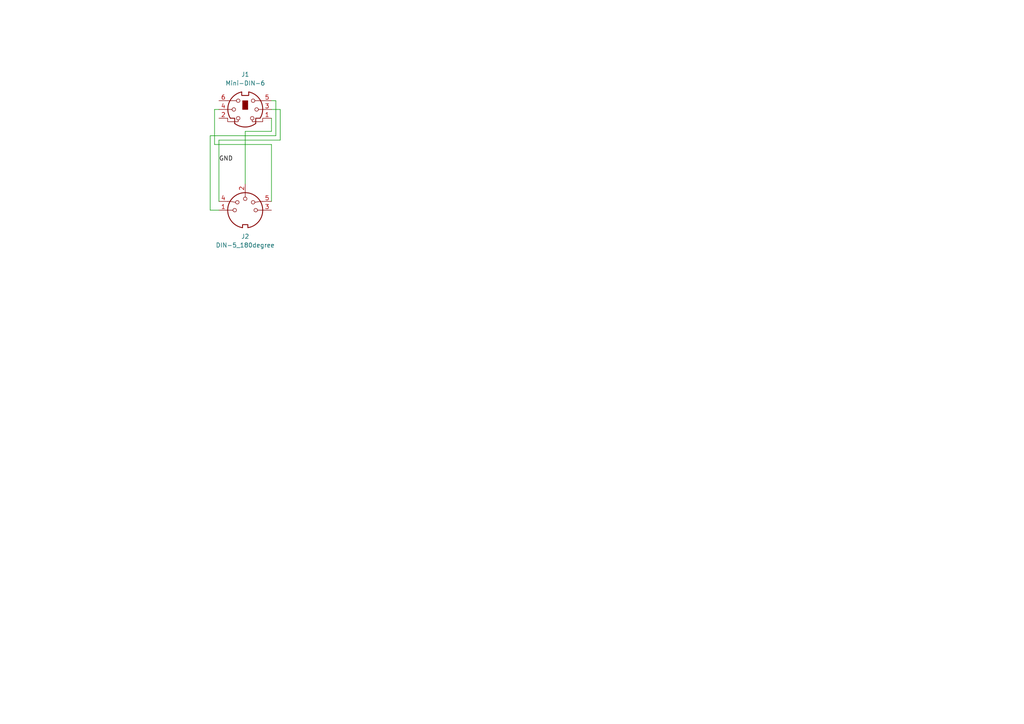
<source format=kicad_sch>
(kicad_sch (version 20231120) (generator "eeschema") (generator_version "8.0")
  (paper "A4")
  (lib_symbols
    (symbol "Connector:DIN-5_180degree" (pin_names (offset 1.016))
      (property "Reference" "J" (at 3.175 5.715 0))
      (property "Value" "DIN-5_180degree" (at 0 -6.35 0))
      (symbol "DIN-5_180degree_0_1"
        (arc (start -5.08 0) (mid -3.8609 -3.3364) (end -0.762 -5.08) (stroke (width 0.254)))
        (circle (center -3.048 0) (radius 0.508))
        (circle (center -2.286 2.286) (radius 0.508))
        (polyline (pts (xy -5.08 0) (xy -3.556 0)))
        (polyline (pts (xy 0 5.08) (xy 0 3.81)))
        (polyline (pts (xy 5.08 0) (xy 3.556 0)))
        (polyline (pts (xy -5.08 2.54) (xy -4.318 2.54) (xy -2.794 2.286)))
        (polyline (pts (xy 5.08 2.54) (xy 4.318 2.54) (xy 2.794 2.286)))
        (polyline (pts (xy -0.762 -4.953) (xy -0.762 -4.191) (xy 0.762 -4.191) (xy 0.762 -4.953)) (stroke (width 0.254)))
        (circle (center 0 3.302) (radius 0.508))
        (arc (start 0.762 -5.08) (mid 3.8685 -3.343) (end 5.08 0) (stroke (width 0.254)))
        (circle (center 2.286 2.286) (radius 0.508))
        (circle (center 3.048 0) (radius 0.508))
        (arc (start 5.08 0) (mid 0 5.0579) (end -5.08 0) (stroke (width 0.254)))
      )
      (symbol "DIN-5_180degree_1_1"
        (pin passive line (at -7.62 0 0) (length 2.54) (name "~") (number "1"))
        (pin passive line (at 0 7.62 270) (length 2.54) (name "~") (number "2"))
        (pin passive line (at 7.62 0 180) (length 2.54) (name "~") (number "3"))
        (pin passive line (at -7.62 2.54 0) (length 2.54) (name "~") (number "4"))
        (pin passive line (at 7.62 2.54 180) (length 2.54) (name "~") (number "5"))
      )
    )
    (symbol "Connector:Mini-DIN-6" (pin_names (offset 1.016))
      (property "Reference" "J" (at 0 6.35 0))
      (property "Value" "Mini-DIN-6" (at 0 -6.35 0))
      (symbol "Mini-DIN-6_0_1"
        (circle (center -3.302 0) (radius 0.508))
        (arc (start -3.048 -4.064) (mid 0 -5.08) (end 3.048 -4.064) (stroke (width 0.254)))
        (circle (center -2.032 -2.54) (radius 0.508))
        (circle (center -2.032 2.54) (radius 0.508))
        (arc (start -1.016 5.08) (mid -4.6228 2.1214) (end -4.318 -2.54) (stroke (width 0.254)))
        (rectangle (start -0.762 2.54) (end 0.762 0) (fill (type outline)))
        (polyline (pts (xy -3.81 0) (xy -5.08 0)))
        (polyline (pts (xy -2.54 2.54) (xy -5.08 2.54)))
        (polyline (pts (xy 2.794 2.54) (xy 5.08 2.54)))
        (polyline (pts (xy 5.08 0) (xy 3.81 0)))
        (polyline (pts (xy -4.318 -2.54) (xy -3.048 -2.54) (xy -3.048 -4.064)) (stroke (width 0.254)))
        (polyline (pts (xy 4.318 -2.54) (xy 3.048 -2.54) (xy 3.048 -4.064)) (stroke (width 0.254)))
        (polyline (pts (xy -2.032 -3.048) (xy -2.032 -3.556) (xy -5.08 -3.556) (xy -5.08 -2.54)))
        (polyline (pts (xy -1.016 5.08) (xy -1.016 4.064) (xy 1.016 4.064) (xy 1.016 5.08)) (stroke (width 0.254)))
        (polyline (pts (xy 2.032 -3.048) (xy 2.032 -3.556) (xy 5.08 -3.556) (xy 5.08 -2.54)))
        (circle (center 2.032 -2.54) (radius 0.508))
        (circle (center 2.286 2.54) (radius 0.508))
        (circle (center 3.302 0) (radius 0.508))
        (arc (start 4.318 -2.54) (mid 4.6661 2.1322) (end 1.016 5.08) (stroke (width 0.254)))
      )
      (symbol "Mini-DIN-6_1_1"
        (pin passive line (at 7.62 -2.54 180) (length 2.54) (name "~") (number "1"))
        (pin passive line (at -7.62 -2.54 0) (length 2.54) (name "~") (number "2"))
        (pin passive line (at 7.62 0 180) (length 2.54) (name "~") (number "3"))
        (pin passive line (at -7.62 0 0) (length 2.54) (name "~") (number "4"))
        (pin passive line (at 7.62 2.54 180) (length 2.54) (name "~") (number "5"))
        (pin passive line (at -7.62 2.54 0) (length 2.54) (name "~") (number "6"))
      )
    )
  )
  (wire (pts (xy 62.23 31.75) (xy 63.5 31.75)))
  (wire (pts (xy 78.74 58.42) (xy 78.74 41.91)))
  (wire (pts (xy 60.96 60.96) (xy 60.96 39.37)))
  (wire (pts (xy 80.01 39.37) (xy 80.01 29.21)))
  (wire (pts (xy 63.5 58.42) (xy 63.5 40.64)))
  (wire (pts (xy 60.96 39.37) (xy 80.01 39.37)))
  (wire (pts (xy 71.12 53.34) (xy 71.12 38.1)))
  (wire (pts (xy 78.74 41.91) (xy 62.23 41.91)))
  (wire (pts (xy 80.01 29.21) (xy 78.74 29.21)))
  (wire (pts (xy 62.23 41.91) (xy 62.23 31.75)))
  (wire (pts (xy 63.5 40.64) (xy 81.28 40.64)))
  (wire (pts (xy 78.74 38.1) (xy 78.74 34.29)))
  (wire (pts (xy 71.12 38.1) (xy 78.74 38.1)))
  (wire (pts (xy 81.28 31.75) (xy 78.74 31.75)))
  (wire (pts (xy 63.5 60.96) (xy 60.96 60.96)))
  (wire (pts (xy 81.28 40.64) (xy 81.28 31.75)))
  (label "GND" (at 63.5 46.99 0))
  (symbol (lib_id "Connector:DIN-5_180degree") (at 71.12 60.96 0) (unit 1)
    (property "Reference" "J2" (at 71.1201 68.58 0))
    (property "Value" "DIN-5_180degree" (at 71.1201 71.12 0))
    (property "Footprint" "Connector_JST:JST_EH_S5B-EH_1x05_P2.50mm_Horizontal" (effects (hide yes)))
    (property "Datasheet" "http://www.mouser.com/ds/2/18/40_c091_abd_e-75918.pdf" (effects (hide yes)))
    (property "Description" "5-pin DIN connector (5-pin DIN-5 stereo)" (effects (hide yes)))
  )
  (symbol (lib_id "Connector:Mini-DIN-6") (at 71.12 31.75 0) (unit 1)
    (property "Reference" "J1" (at 71.1377 21.59 0))
    (property "Value" "Mini-DIN-6" (at 71.1377 24.13 0))
    (property "Footprint" "din:MINI-DIN-6-FULL-SHIELD" (effects (hide yes)))
    (property "Datasheet" "http://service.powerdynamics.com/ec/Catalog17/Section%2011.pdf" (effects (hide yes)))
    (property "Description" "6-pin Mini-DIN connector" (effects (hide yes)))
  )
)
</source>
